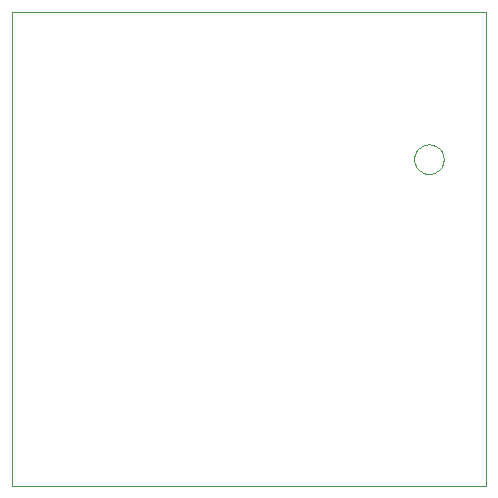
<source format=gbr>
G75*
G70*
%OFA0B0*%
%FSLAX24Y24*%
%IPPOS*%
%LPD*%
%AMOC8*
5,1,8,0,0,1.08239X$1,22.5*
%
%ADD10C,0.0000*%
D10*
X000280Y000280D02*
X000280Y016080D01*
X016080Y016080D01*
X016080Y000280D01*
X000280Y000280D01*
X013688Y011180D02*
X013690Y011224D01*
X013696Y011268D01*
X013706Y011311D01*
X013719Y011353D01*
X013737Y011393D01*
X013758Y011432D01*
X013782Y011469D01*
X013809Y011504D01*
X013840Y011536D01*
X013873Y011565D01*
X013909Y011591D01*
X013947Y011613D01*
X013987Y011632D01*
X014028Y011648D01*
X014071Y011660D01*
X014114Y011668D01*
X014158Y011672D01*
X014202Y011672D01*
X014246Y011668D01*
X014289Y011660D01*
X014332Y011648D01*
X014373Y011632D01*
X014413Y011613D01*
X014451Y011591D01*
X014487Y011565D01*
X014520Y011536D01*
X014551Y011504D01*
X014578Y011469D01*
X014602Y011432D01*
X014623Y011393D01*
X014641Y011353D01*
X014654Y011311D01*
X014664Y011268D01*
X014670Y011224D01*
X014672Y011180D01*
X014670Y011136D01*
X014664Y011092D01*
X014654Y011049D01*
X014641Y011007D01*
X014623Y010967D01*
X014602Y010928D01*
X014578Y010891D01*
X014551Y010856D01*
X014520Y010824D01*
X014487Y010795D01*
X014451Y010769D01*
X014413Y010747D01*
X014373Y010728D01*
X014332Y010712D01*
X014289Y010700D01*
X014246Y010692D01*
X014202Y010688D01*
X014158Y010688D01*
X014114Y010692D01*
X014071Y010700D01*
X014028Y010712D01*
X013987Y010728D01*
X013947Y010747D01*
X013909Y010769D01*
X013873Y010795D01*
X013840Y010824D01*
X013809Y010856D01*
X013782Y010891D01*
X013758Y010928D01*
X013737Y010967D01*
X013719Y011007D01*
X013706Y011049D01*
X013696Y011092D01*
X013690Y011136D01*
X013688Y011180D01*
M02*

</source>
